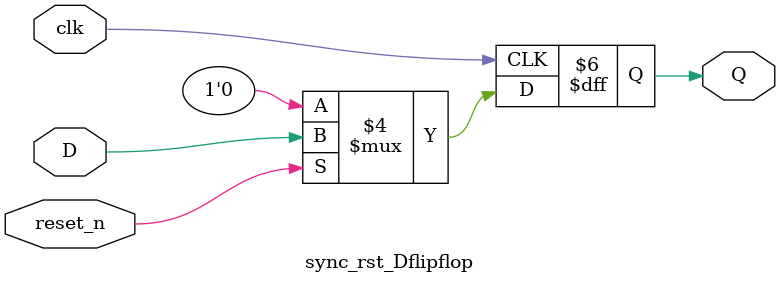
<source format=v>
module sync_rst_Dflipflop(Q, D, clk, reset_n);
  output Q;
  input D, clk, reset_n;
  reg Q;
  wire D, clk, reset_n;
  
  always @(posedge clk)
  begin
    if(!reset_n)
     Q = 0;
    else 
     Q = D;
  end
  
endmodule

</source>
